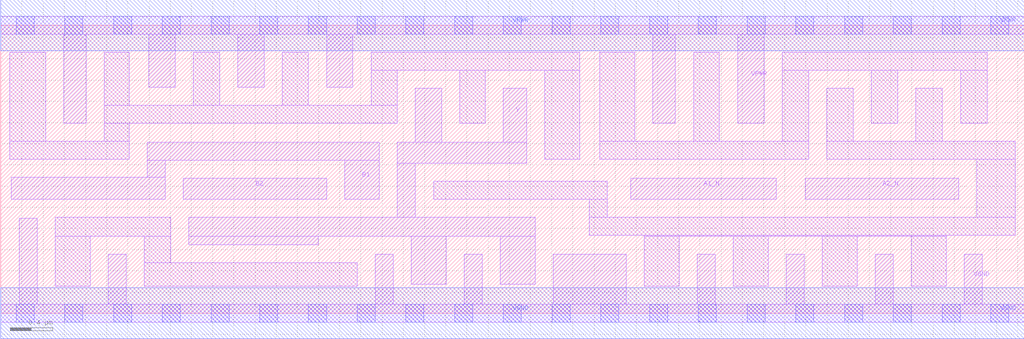
<source format=lef>
# Copyright 2020 The SkyWater PDK Authors
#
# Licensed under the Apache License, Version 2.0 (the "License");
# you may not use this file except in compliance with the License.
# You may obtain a copy of the License at
#
#     https://www.apache.org/licenses/LICENSE-2.0
#
# Unless required by applicable law or agreed to in writing, software
# distributed under the License is distributed on an "AS IS" BASIS,
# WITHOUT WARRANTIES OR CONDITIONS OF ANY KIND, either express or implied.
# See the License for the specific language governing permissions and
# limitations under the License.
#
# SPDX-License-Identifier: Apache-2.0

VERSION 5.7 ;
  NAMESCASESENSITIVE ON ;
  NOWIREEXTENSIONATPIN ON ;
  DIVIDERCHAR "/" ;
  BUSBITCHARS "[]" ;
UNITS
  DATABASE MICRONS 200 ;
END UNITS
MACRO sky130_fd_sc_hd__a2bb2oi_4
  CLASS CORE ;
  SOURCE USER ;
  FOREIGN sky130_fd_sc_hd__a2bb2oi_4 ;
  ORIGIN  0.000000  0.000000 ;
  SIZE  9.660000 BY  2.720000 ;
  SYMMETRY X Y R90 ;
  SITE unithd ;
  PIN A1_N
    ANTENNAGATEAREA  0.990000 ;
    DIRECTION INPUT ;
    USE SIGNAL ;
    PORT
      LAYER li1 ;
        RECT 5.945000 1.075000 7.320000 1.275000 ;
    END
  END A1_N
  PIN A2_N
    ANTENNAGATEAREA  0.990000 ;
    DIRECTION INPUT ;
    USE SIGNAL ;
    PORT
      LAYER li1 ;
        RECT 7.595000 1.075000 9.045000 1.275000 ;
    END
  END A2_N
  PIN B1
    ANTENNAGATEAREA  0.990000 ;
    DIRECTION INPUT ;
    USE SIGNAL ;
    PORT
      LAYER li1 ;
        RECT 0.100000 1.075000 1.555000 1.285000 ;
        RECT 1.385000 1.285000 1.555000 1.445000 ;
        RECT 1.385000 1.445000 3.575000 1.615000 ;
        RECT 3.245000 1.075000 3.575000 1.445000 ;
    END
  END B1
  PIN B2
    ANTENNAGATEAREA  0.990000 ;
    DIRECTION INPUT ;
    USE SIGNAL ;
    PORT
      LAYER li1 ;
        RECT 1.725000 1.075000 3.075000 1.275000 ;
    END
  END B2
  PIN Y
    ANTENNADIFFAREA  1.242000 ;
    DIRECTION OUTPUT ;
    USE SIGNAL ;
    PORT
      LAYER li1 ;
        RECT 1.775000 0.645000 2.995000 0.725000 ;
        RECT 1.775000 0.725000 5.045000 0.905000 ;
        RECT 3.745000 0.905000 3.915000 1.415000 ;
        RECT 3.745000 1.415000 4.965000 1.615000 ;
        RECT 3.875000 0.275000 4.205000 0.725000 ;
        RECT 3.915000 1.615000 4.165000 2.125000 ;
        RECT 4.715000 0.275000 5.045000 0.725000 ;
        RECT 4.745000 1.615000 4.965000 2.125000 ;
    END
  END Y
  PIN VGND
    DIRECTION INOUT ;
    SHAPE ABUTMENT ;
    USE GROUND ;
    PORT
      LAYER li1 ;
        RECT 0.000000 -0.085000 9.660000 0.085000 ;
        RECT 0.175000  0.085000 0.345000 0.895000 ;
        RECT 1.015000  0.085000 1.185000 0.555000 ;
        RECT 3.535000  0.085000 3.705000 0.555000 ;
        RECT 4.375000  0.085000 4.545000 0.555000 ;
        RECT 5.215000  0.085000 5.905000 0.555000 ;
        RECT 6.575000  0.085000 6.745000 0.555000 ;
        RECT 7.415000  0.085000 7.585000 0.555000 ;
        RECT 8.255000  0.085000 8.425000 0.555000 ;
        RECT 9.095000  0.085000 9.265000 0.555000 ;
      LAYER mcon ;
        RECT 0.145000 -0.085000 0.315000 0.085000 ;
        RECT 0.605000 -0.085000 0.775000 0.085000 ;
        RECT 1.065000 -0.085000 1.235000 0.085000 ;
        RECT 1.525000 -0.085000 1.695000 0.085000 ;
        RECT 1.985000 -0.085000 2.155000 0.085000 ;
        RECT 2.445000 -0.085000 2.615000 0.085000 ;
        RECT 2.905000 -0.085000 3.075000 0.085000 ;
        RECT 3.365000 -0.085000 3.535000 0.085000 ;
        RECT 3.825000 -0.085000 3.995000 0.085000 ;
        RECT 4.285000 -0.085000 4.455000 0.085000 ;
        RECT 4.745000 -0.085000 4.915000 0.085000 ;
        RECT 5.205000 -0.085000 5.375000 0.085000 ;
        RECT 5.665000 -0.085000 5.835000 0.085000 ;
        RECT 6.125000 -0.085000 6.295000 0.085000 ;
        RECT 6.585000 -0.085000 6.755000 0.085000 ;
        RECT 7.045000 -0.085000 7.215000 0.085000 ;
        RECT 7.505000 -0.085000 7.675000 0.085000 ;
        RECT 7.965000 -0.085000 8.135000 0.085000 ;
        RECT 8.425000 -0.085000 8.595000 0.085000 ;
        RECT 8.885000 -0.085000 9.055000 0.085000 ;
        RECT 9.345000 -0.085000 9.515000 0.085000 ;
      LAYER met1 ;
        RECT 0.000000 -0.240000 9.660000 0.240000 ;
    END
  END VGND
  PIN VPWR
    DIRECTION INOUT ;
    SHAPE ABUTMENT ;
    USE POWER ;
    PORT
      LAYER li1 ;
        RECT 0.000000 2.635000 9.660000 2.805000 ;
        RECT 0.595000 1.795000 0.805000 2.635000 ;
        RECT 1.395000 2.135000 1.645000 2.635000 ;
        RECT 2.235000 2.135000 2.485000 2.635000 ;
        RECT 3.075000 2.135000 3.325000 2.635000 ;
        RECT 6.155000 1.795000 6.365000 2.635000 ;
        RECT 6.955000 1.795000 7.205000 2.635000 ;
      LAYER mcon ;
        RECT 0.145000 2.635000 0.315000 2.805000 ;
        RECT 0.605000 2.635000 0.775000 2.805000 ;
        RECT 1.065000 2.635000 1.235000 2.805000 ;
        RECT 1.525000 2.635000 1.695000 2.805000 ;
        RECT 1.985000 2.635000 2.155000 2.805000 ;
        RECT 2.445000 2.635000 2.615000 2.805000 ;
        RECT 2.905000 2.635000 3.075000 2.805000 ;
        RECT 3.365000 2.635000 3.535000 2.805000 ;
        RECT 3.825000 2.635000 3.995000 2.805000 ;
        RECT 4.285000 2.635000 4.455000 2.805000 ;
        RECT 4.745000 2.635000 4.915000 2.805000 ;
        RECT 5.205000 2.635000 5.375000 2.805000 ;
        RECT 5.665000 2.635000 5.835000 2.805000 ;
        RECT 6.125000 2.635000 6.295000 2.805000 ;
        RECT 6.585000 2.635000 6.755000 2.805000 ;
        RECT 7.045000 2.635000 7.215000 2.805000 ;
        RECT 7.505000 2.635000 7.675000 2.805000 ;
        RECT 7.965000 2.635000 8.135000 2.805000 ;
        RECT 8.425000 2.635000 8.595000 2.805000 ;
        RECT 8.885000 2.635000 9.055000 2.805000 ;
        RECT 9.345000 2.635000 9.515000 2.805000 ;
      LAYER met1 ;
        RECT 0.000000 2.480000 9.660000 2.960000 ;
    END
  END VPWR
  OBS
    LAYER li1 ;
      RECT 0.085000 1.455000 1.215000 1.625000 ;
      RECT 0.085000 1.625000 0.425000 2.465000 ;
      RECT 0.515000 0.255000 0.845000 0.725000 ;
      RECT 0.515000 0.725000 1.605000 0.905000 ;
      RECT 0.975000 1.625000 1.215000 1.795000 ;
      RECT 0.975000 1.795000 3.745000 1.965000 ;
      RECT 0.975000 1.965000 1.215000 2.465000 ;
      RECT 1.355000 0.255000 3.365000 0.475000 ;
      RECT 1.355000 0.475000 1.605000 0.725000 ;
      RECT 1.815000 1.965000 2.065000 2.465000 ;
      RECT 2.655000 1.965000 2.905000 2.465000 ;
      RECT 3.495000 1.965000 3.745000 2.295000 ;
      RECT 3.495000 2.295000 5.465000 2.465000 ;
      RECT 4.085000 1.075000 5.725000 1.245000 ;
      RECT 4.335000 1.795000 4.575000 2.295000 ;
      RECT 5.135000 1.455000 5.465000 2.295000 ;
      RECT 5.555000 0.735000 9.575000 0.905000 ;
      RECT 5.555000 0.905000 5.725000 1.075000 ;
      RECT 5.655000 1.455000 7.625000 1.625000 ;
      RECT 5.655000 1.625000 5.985000 2.465000 ;
      RECT 6.075000 0.255000 6.405000 0.725000 ;
      RECT 6.075000 0.725000 8.925000 0.735000 ;
      RECT 6.540000 1.625000 6.780000 2.465000 ;
      RECT 6.915000 0.255000 7.245000 0.725000 ;
      RECT 7.375000 1.625000 7.625000 2.295000 ;
      RECT 7.375000 2.295000 9.310000 2.465000 ;
      RECT 7.755000 0.255000 8.085000 0.725000 ;
      RECT 7.795000 1.455000 9.575000 1.625000 ;
      RECT 7.795000 1.625000 8.045000 2.125000 ;
      RECT 8.215000 1.795000 8.465000 2.295000 ;
      RECT 8.595000 0.255000 8.925000 0.725000 ;
      RECT 8.635000 1.625000 8.885000 2.125000 ;
      RECT 9.060000 1.795000 9.310000 2.295000 ;
      RECT 9.215000 0.905000 9.575000 1.455000 ;
  END
END sky130_fd_sc_hd__a2bb2oi_4
END LIBRARY

</source>
